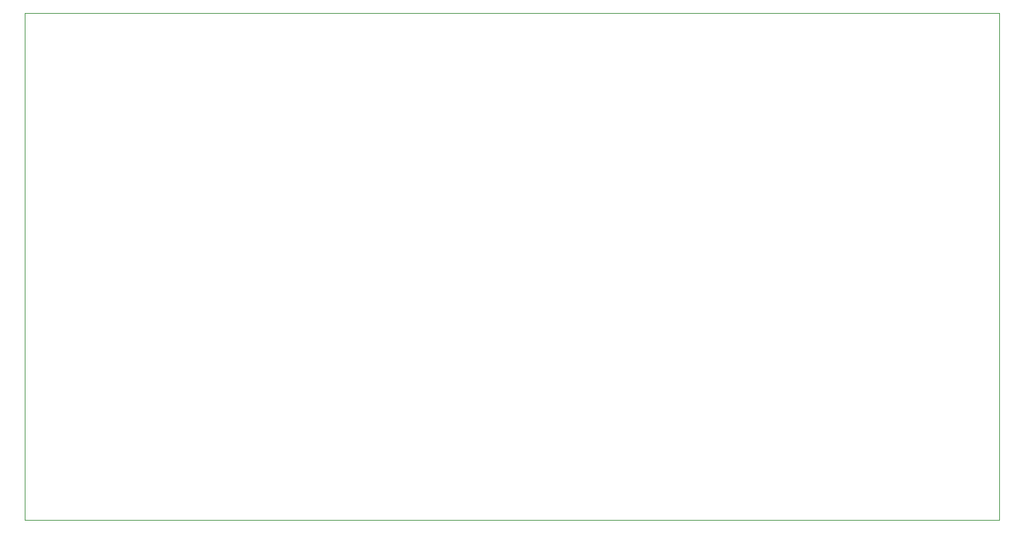
<source format=gbr>
G04 #@! TF.GenerationSoftware,KiCad,Pcbnew,5.1.4+dfsg1-1*
G04 #@! TF.CreationDate,2020-06-16T22:38:04+02:00*
G04 #@! TF.ProjectId,usb_pcb,7573625f-7063-4622-9e6b-696361645f70,0*
G04 #@! TF.SameCoordinates,Original*
G04 #@! TF.FileFunction,Profile,NP*
%FSLAX46Y46*%
G04 Gerber Fmt 4.6, Leading zero omitted, Abs format (unit mm)*
G04 Created by KiCad (PCBNEW 5.1.4+dfsg1-1) date 2020-06-16 22:38:04*
%MOMM*%
%LPD*%
G04 APERTURE LIST*
%ADD10C,0.050000*%
G04 APERTURE END LIST*
D10*
X172500000Y-107500000D02*
X52500000Y-107500000D01*
X172500000Y-45000000D02*
X172500000Y-107500000D01*
X52500000Y-45000000D02*
X172500000Y-45000000D01*
X52500000Y-107500000D02*
X52500000Y-45000000D01*
M02*

</source>
